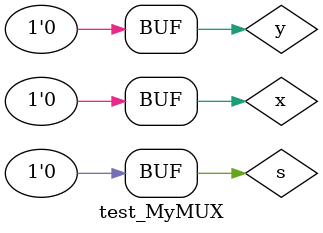
<source format=v>
`timescale 1ns/1ps

module test_MyMUX;
    reg x, y, s;
	 wire m;
	 MyMUX MUX_test(.x(x), .y(y), .s(s), .m(m));
	 
	 initial begin
		  s = 0;
		  repeat (8) #5 s = !s;
	 end
	 initial begin
		  x = 0;
		  repeat (4) #10 x = !x;
	 end
	 initial begin
		  y = 0;
		  repeat (2) #20 y = !y;
	 end
endmodule

</source>
